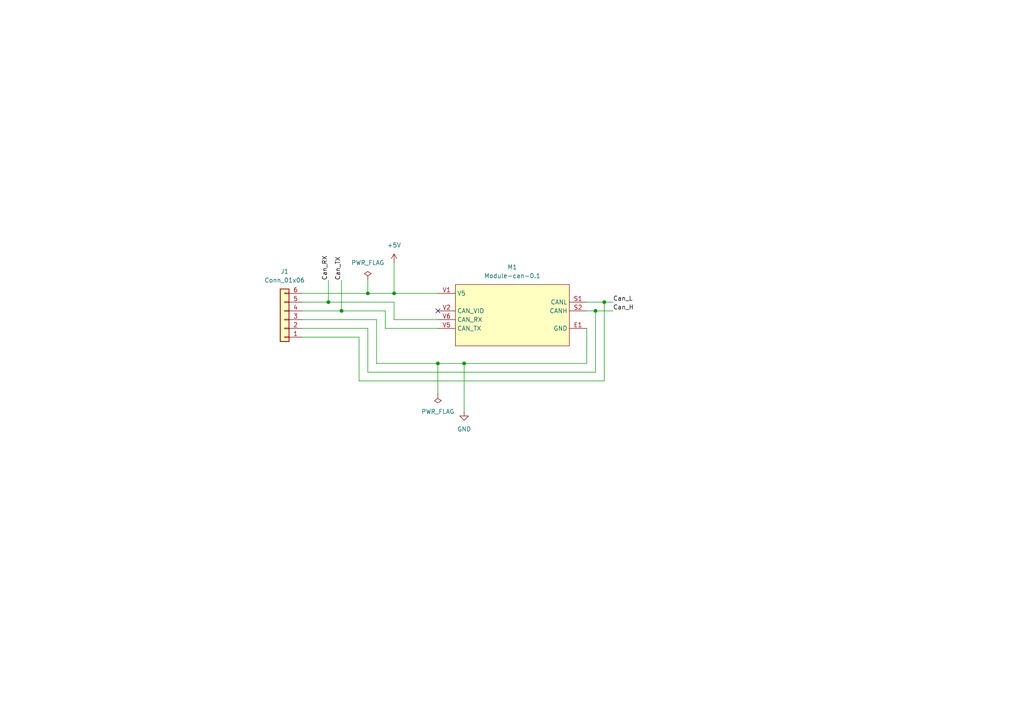
<source format=kicad_sch>
(kicad_sch (version 20231120) (generator "eeschema") (generator_version "8.0")
  (paper "A4")
  (lib_symbols
    (symbol "Connector_Generic:Conn_01x06" (pin_names (offset 1.016) hide)
      (property "Reference" "J" (at 0 7.62 0))
      (property "Value" "Conn_01x06" (at 0 -10.16 0))
      (symbol "Conn_01x06_1_1"
        (rectangle (start -1.27 -7.493) (end 0 -7.747) (stroke (width 0.1524)))
        (rectangle (start -1.27 -4.953) (end 0 -5.207) (stroke (width 0.1524)))
        (rectangle (start -1.27 -2.413) (end 0 -2.667) (stroke (width 0.1524)))
        (rectangle (start -1.27 0.127) (end 0 -0.127) (stroke (width 0.1524)))
        (rectangle (start -1.27 2.667) (end 0 2.413) (stroke (width 0.1524)))
        (rectangle (start -1.27 5.207) (end 0 4.953) (stroke (width 0.1524)))
        (rectangle (start -1.27 6.35) (end 1.27 -8.89) (stroke (width 0.254)) (fill (type background)))
        (pin passive line (at -5.08 5.08 0) (length 3.81) (name "Pin_1") (number "1"))
        (pin passive line (at -5.08 2.54 0) (length 3.81) (name "Pin_2") (number "2"))
        (pin passive line (at -5.08 0 0) (length 3.81) (name "Pin_3") (number "3"))
        (pin passive line (at -5.08 -2.54 0) (length 3.81) (name "Pin_4") (number "4"))
        (pin passive line (at -5.08 -5.08 0) (length 3.81) (name "Pin_5") (number "5"))
        (pin passive line (at -5.08 -7.62 0) (length 3.81) (name "Pin_6") (number "6"))
      )
    )
    (symbol "hellen-one-can-0.1:Module-can-0.1"
      (property "Reference" "M" (at 0 0 0))
      (property "Value" "Module-can-0.1" (at 0 0 0))
      (symbol "Module-can-0.1_1_0"
        (rectangle (start 33.02 0) (end 0 -17.78) (fill (type background)))
        (pin passive line (at 38.1 -12.7 180) (length 5.08) (name "GND") (number "E1"))
        (pin passive line (at 38.1 -5.08 180) (length 5.08) (name "CANL") (number "S1"))
        (pin passive line (at 38.1 -7.62 180) (length 5.08) (name "CANH") (number "S2"))
        (pin passive line (at -5.08 -2.54 0) (length 5.08) (name "V5") (number "V1"))
        (pin passive line (at -5.08 -7.62 0) (length 5.08) (name "CAN_VIO") (number "V2"))
        (pin passive line (at -5.08 -12.7 0) (length 5.08) (name "CAN_TX") (number "V5"))
        (pin passive line (at -5.08 -10.16 0) (length 5.08) (name "CAN_RX") (number "V6"))
      )
    )
    (symbol "power:+5V" (power) (pin_numbers hide) (pin_names (offset 0) hide)
      (property "Value" "+5V" (at 0 3.556 0))
      (symbol "+5V_0_1"
        (polyline (pts (xy -0.762 1.27) (xy 0 2.54)))
        (polyline (pts (xy 0 0) (xy 0 2.54)))
        (polyline (pts (xy 0 2.54) (xy 0.762 1.27)))
      )
      (symbol "+5V_1_1"
        (pin power_in line (at 0 0 90) (length 0) (name "~") (number "1"))
      )
    )
    (symbol "power:GND" (power) (pin_numbers hide) (pin_names (offset 0) hide)
      (property "Value" "GND" (at 0 -3.81 0))
      (symbol "GND_0_1"
        (polyline (pts (xy 0 0) (xy 0 -1.27) (xy 1.27 -1.27) (xy 0 -2.54) (xy -1.27 -1.27) (xy 0 -1.27)))
      )
      (symbol "GND_1_1"
        (pin power_in line (at 0 0 270) (length 0) (name "~") (number "1"))
      )
    )
    (symbol "power:PWR_FLAG" (power) (pin_numbers hide) (pin_names (offset 0) hide)
      (property "Value" "PWR_FLAG" (at 0 3.81 0))
      (symbol "PWR_FLAG_0_0"
        (pin power_out line (at 0 0 90) (length 0) (name "~") (number "1"))
      )
      (symbol "PWR_FLAG_0_1"
        (polyline (pts (xy 0 0) (xy 0 1.27) (xy -1.016 1.905) (xy 0 2.54) (xy 1.016 1.905) (xy 0 1.27)))
      )
    )
  )
  (junction (at 134.62 105.41))
  (junction (at 175.26 87.63))
  (junction (at 172.72 90.17))
  (junction (at 95.25 87.63))
  (junction (at 99.06 90.17))
  (junction (at 127 105.41))
  (junction (at 106.68 85.09))
  (junction (at 114.3 85.09))
  (no_connect (at 127 90.17))
  (wire (pts (xy 109.22 105.41) (xy 127 105.41)))
  (wire (pts (xy 87.63 95.25) (xy 106.68 95.25)))
  (wire (pts (xy 127 105.41) (xy 134.62 105.41)))
  (wire (pts (xy 104.14 110.49) (xy 104.14 97.79)))
  (wire (pts (xy 95.25 81.28) (xy 95.25 87.63)))
  (wire (pts (xy 95.25 87.63) (xy 114.3 87.63)))
  (wire (pts (xy 99.06 81.28) (xy 99.06 90.17)))
  (wire (pts (xy 114.3 87.63) (xy 114.3 92.71)))
  (wire (pts (xy 106.68 85.09) (xy 114.3 85.09)))
  (wire (pts (xy 99.06 90.17) (xy 111.76 90.17)))
  (wire (pts (xy 172.72 90.17) (xy 170.18 90.17)))
  (wire (pts (xy 87.63 87.63) (xy 95.25 87.63)))
  (wire (pts (xy 172.72 90.17) (xy 177.8 90.17)))
  (wire (pts (xy 87.63 85.09) (xy 106.68 85.09)))
  (wire (pts (xy 111.76 95.25) (xy 127 95.25)))
  (wire (pts (xy 170.18 87.63) (xy 175.26 87.63)))
  (wire (pts (xy 87.63 90.17) (xy 99.06 90.17)))
  (wire (pts (xy 114.3 85.09) (xy 127 85.09)))
  (wire (pts (xy 175.26 87.63) (xy 177.8 87.63)))
  (wire (pts (xy 106.68 107.95) (xy 172.72 107.95)))
  (wire (pts (xy 114.3 92.71) (xy 127 92.71)))
  (wire (pts (xy 172.72 107.95) (xy 172.72 90.17)))
  (wire (pts (xy 170.18 105.41) (xy 170.18 95.25)))
  (wire (pts (xy 134.62 105.41) (xy 170.18 105.41)))
  (wire (pts (xy 106.68 81.28) (xy 106.68 85.09)))
  (wire (pts (xy 111.76 90.17) (xy 111.76 95.25)))
  (wire (pts (xy 87.63 97.79) (xy 104.14 97.79)))
  (wire (pts (xy 87.63 92.71) (xy 109.22 92.71)))
  (wire (pts (xy 106.68 95.25) (xy 106.68 107.95)))
  (wire (pts (xy 109.22 92.71) (xy 109.22 105.41)))
  (wire (pts (xy 175.26 87.63) (xy 175.26 110.49)))
  (wire (pts (xy 114.3 76.2) (xy 114.3 85.09)))
  (wire (pts (xy 134.62 105.41) (xy 134.62 119.38)))
  (wire (pts (xy 175.26 110.49) (xy 104.14 110.49)))
  (wire (pts (xy 127 105.41) (xy 127 114.3)))
  (label "Can_RX" (at 95.25 81.28 90))
  (label "Can_H" (at 177.8 90.17 0))
  (label "Can_L" (at 177.8 87.63 0))
  (label "Can_TX" (at 99.06 81.28 90))
  (symbol (lib_id "Connector_Generic:Conn_01x06") (at 82.55 92.71 180) (unit 1)
    (property "Reference" "J1" (at 82.55 78.74 0))
    (property "Value" "Conn_01x06" (at 82.55 81.28 0))
    (property "Footprint" "Connector_Molex:Molex_Nano-Fit_105313-xx06_1x06_P2.50mm_Horizontal" (effects (hide yes)))
    (property "Description" "Generic connector, single row, 01x06, script generated (kicad-library-utils/schlib/autogen/connector/)" (effects (hide yes)))
  )
  (symbol (lib_id "hellen-one-can-0.1:Module-can-0.1") (at 132.08 82.55 0) (unit 1)
    (property "Reference" "M1" (at 148.59 77.47 0))
    (property "Value" "Module-can-0.1" (at 148.59 80.01 0))
    (property "Footprint" "hellen-one-can-0.1:can" (effects (hide yes)))
    (property "Description" "Hellen-One CAN Module" (effects (hide yes)))
  )
  (symbol (lib_id "power:GND") (at 134.62 119.38 0) (unit 1)
    (property "Reference" "#PWR02" (effects (hide yes)))
    (property "Value" "GND" (at 134.62 124.46 0))
    (property "Description" "Power symbol creates a global label with name \"GND\" , ground" (effects (hide yes)))
  )
  (symbol (lib_id "power:PWR_FLAG") (at 127 114.3 180) (unit 1)
    (property "Reference" "#FLG02" (effects (hide yes)))
    (property "Value" "PWR_FLAG" (at 127 119.38 0))
    (property "Description" "Special symbol for telling ERC where power comes from" (effects (hide yes)))
  )
  (symbol (lib_id "power:+5V") (at 114.3 76.2 0) (unit 1)
    (property "Reference" "#PWR01" (effects (hide yes)))
    (property "Value" "+5V" (at 114.3 71.12 0))
    (property "Description" "Power symbol creates a global label with name \"+5V\"" (effects (hide yes)))
  )
  (symbol (lib_id "power:PWR_FLAG") (at 106.68 81.28 0) (unit 1)
    (property "Reference" "#FLG01" (effects (hide yes)))
    (property "Value" "PWR_FLAG" (at 106.68 76.2 0))
    (property "Description" "Special symbol for telling ERC where power comes from" (effects (hide yes)))
  )
)
</source>
